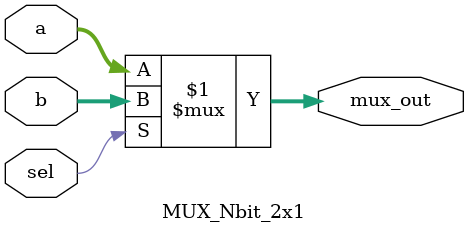
<source format=sv>
`timescale 1ns / 1ps


module MUX_Nbit_2x1 #(parameter bus_size = 6)
(
input       [(bus_size-1):0]   a,    // Mux first input
input       [(bus_size-1):0]   b,    // Mux Second input
input                          sel,    // Select input
output reg  [(bus_size-1):0]   mux_out     // Mux output
);  

assign mux_out = (sel ? b : a); 

endmodule 
</source>
